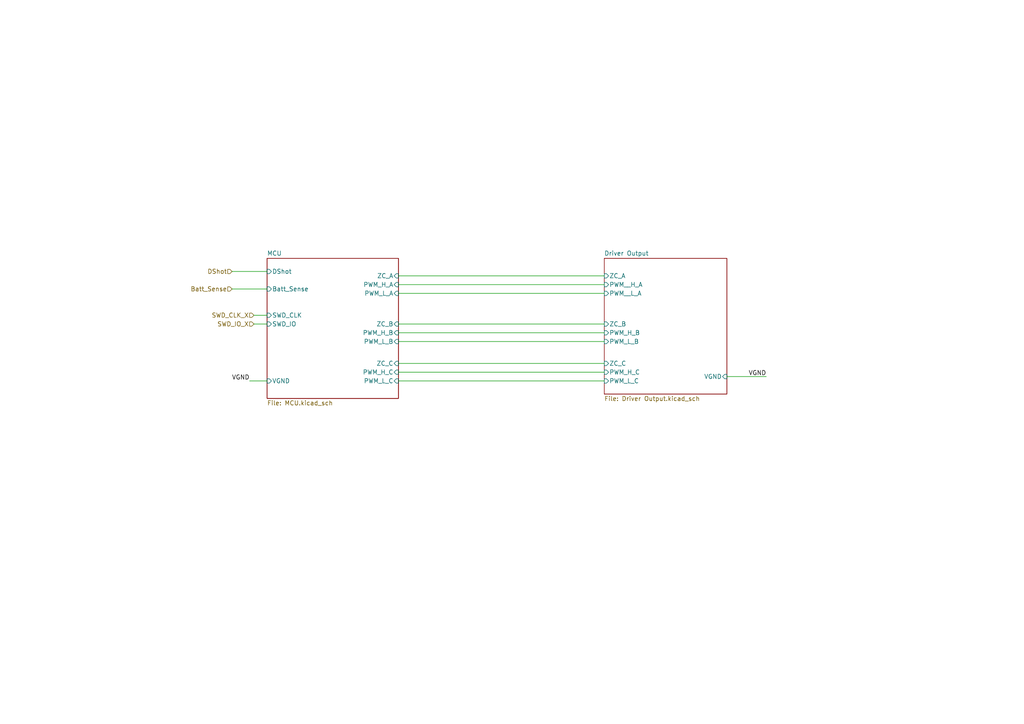
<source format=kicad_sch>
(kicad_sch
	(version 20231120)
	(generator "eeschema")
	(generator_version "8.0")
	(uuid "78076edb-3d96-420e-a99d-026de51b0215")
	(paper "A4")
	(lib_symbols)
	(wire
		(pts
			(xy 210.82 109.22) (xy 222.25 109.22)
		)
		(stroke
			(width 0)
			(type default)
		)
		(uuid "076b2b67-0d2b-4c86-8945-4454b3ce13f9")
	)
	(wire
		(pts
			(xy 73.66 93.98) (xy 77.47 93.98)
		)
		(stroke
			(width 0)
			(type default)
		)
		(uuid "29a2c4a0-014e-4b43-b4b0-15a985ae2311")
	)
	(wire
		(pts
			(xy 115.57 110.49) (xy 175.26 110.49)
		)
		(stroke
			(width 0)
			(type default)
		)
		(uuid "2e3a238e-06dd-4594-b32a-0206c8e94d1e")
	)
	(wire
		(pts
			(xy 115.57 82.55) (xy 175.26 82.55)
		)
		(stroke
			(width 0)
			(type default)
		)
		(uuid "34aa4f69-ce53-44e9-bb88-8f8e2563afff")
	)
	(wire
		(pts
			(xy 115.57 80.01) (xy 175.26 80.01)
		)
		(stroke
			(width 0)
			(type default)
		)
		(uuid "389e1c50-01bb-48c7-9b49-1ec3ac081855")
	)
	(wire
		(pts
			(xy 115.57 85.09) (xy 175.26 85.09)
		)
		(stroke
			(width 0)
			(type default)
		)
		(uuid "4dfa2a6e-78af-40b1-9f24-f8fcac0e09d4")
	)
	(wire
		(pts
			(xy 115.57 99.06) (xy 175.26 99.06)
		)
		(stroke
			(width 0)
			(type default)
		)
		(uuid "740fccf6-08af-4767-acbe-5b86ea826af3")
	)
	(wire
		(pts
			(xy 115.57 105.41) (xy 175.26 105.41)
		)
		(stroke
			(width 0)
			(type default)
		)
		(uuid "79518bff-24a4-4654-b710-a0da2308bf0d")
	)
	(wire
		(pts
			(xy 73.66 91.44) (xy 77.47 91.44)
		)
		(stroke
			(width 0)
			(type default)
		)
		(uuid "9f0c4e5e-91bf-422f-b9ba-3f7c43d4cb42")
	)
	(wire
		(pts
			(xy 72.39 110.49) (xy 77.47 110.49)
		)
		(stroke
			(width 0)
			(type default)
		)
		(uuid "b52b17af-2aba-4103-8000-0322d03d0a34")
	)
	(wire
		(pts
			(xy 115.57 96.52) (xy 175.26 96.52)
		)
		(stroke
			(width 0)
			(type default)
		)
		(uuid "bccb53b5-e3d5-4bab-a4f3-d9de42cf3f56")
	)
	(wire
		(pts
			(xy 67.31 78.74) (xy 77.47 78.74)
		)
		(stroke
			(width 0)
			(type default)
		)
		(uuid "c46c349c-97bc-4e2c-932f-4efa2d28ac30")
	)
	(wire
		(pts
			(xy 115.57 107.95) (xy 175.26 107.95)
		)
		(stroke
			(width 0)
			(type default)
		)
		(uuid "cfbd5395-ac67-460e-b292-e73c8251556b")
	)
	(wire
		(pts
			(xy 115.57 93.98) (xy 175.26 93.98)
		)
		(stroke
			(width 0)
			(type default)
		)
		(uuid "d79c9314-8a03-49c3-b718-fd95731086de")
	)
	(wire
		(pts
			(xy 67.31 83.82) (xy 77.47 83.82)
		)
		(stroke
			(width 0)
			(type default)
		)
		(uuid "d9db6cbc-7e1c-4d93-9367-632d2c1978f5")
	)
	(label "VGND"
		(at 222.25 109.22 180)
		(effects
			(font
				(size 1.27 1.27)
			)
			(justify right bottom)
		)
		(uuid "ca679bce-a47c-4d18-a23c-461ccba0ce5d")
	)
	(label "VGND"
		(at 72.39 110.49 180)
		(effects
			(font
				(size 1.27 1.27)
			)
			(justify right bottom)
		)
		(uuid "ea132f58-4a6b-4992-af13-a3c4bc37210d")
	)
	(hierarchical_label "DShot"
		(shape input)
		(at 67.31 78.74 180)
		(effects
			(font
				(size 1.27 1.27)
			)
			(justify right)
		)
		(uuid "2b433244-280e-4328-a7cb-51ab5a7c16cc")
	)
	(hierarchical_label "SWD_CLK_X"
		(shape input)
		(at 73.66 91.44 180)
		(effects
			(font
				(size 1.27 1.27)
			)
			(justify right)
		)
		(uuid "5b8aebde-b931-4080-8b63-f645120252a4")
	)
	(hierarchical_label "Batt_Sense"
		(shape input)
		(at 67.31 83.82 180)
		(effects
			(font
				(size 1.27 1.27)
			)
			(justify right)
		)
		(uuid "909b2fd4-c6ba-4242-9970-9ab2f7f21992")
	)
	(hierarchical_label "SWD_IO_X"
		(shape input)
		(at 73.66 93.98 180)
		(effects
			(font
				(size 1.27 1.27)
			)
			(justify right)
		)
		(uuid "acc4e9b0-2b08-425e-b97d-a9ff29c18977")
	)
	(sheet
		(at 175.26 74.93)
		(size 35.56 39.37)
		(fields_autoplaced yes)
		(stroke
			(width 0.1524)
			(type solid)
		)
		(fill
			(color 0 0 0 0.0000)
		)
		(uuid "19fc4039-501c-46b5-9242-d3e591e070ab")
		(property "Sheetname" "Driver Output"
			(at 175.26 74.2184 0)
			(effects
				(font
					(size 1.27 1.27)
				)
				(justify left bottom)
			)
		)
		(property "Sheetfile" "Driver Output.kicad_sch"
			(at 175.26 114.8846 0)
			(effects
				(font
					(size 1.27 1.27)
				)
				(justify left top)
			)
		)
		(pin "ZC_B" input
			(at 175.26 93.98 180)
			(effects
				(font
					(size 1.27 1.27)
				)
				(justify left)
			)
			(uuid "8b5f3282-0040-43ac-ac74-c622bf918014")
		)
		(pin "ZC_A" input
			(at 175.26 80.01 180)
			(effects
				(font
					(size 1.27 1.27)
				)
				(justify left)
			)
			(uuid "a77d8275-71a4-495a-b5cd-1e9a4ef94232")
		)
		(pin "PWM_L_C" input
			(at 175.26 110.49 180)
			(effects
				(font
					(size 1.27 1.27)
				)
				(justify left)
			)
			(uuid "ed6f59b5-f634-4417-9a07-53e51c7bd8fc")
		)
		(pin "PWM_L_B" input
			(at 175.26 99.06 180)
			(effects
				(font
					(size 1.27 1.27)
				)
				(justify left)
			)
			(uuid "347aefbd-7d8b-461a-9484-9d8497d936a7")
		)
		(pin "PWM_H_C" input
			(at 175.26 107.95 180)
			(effects
				(font
					(size 1.27 1.27)
				)
				(justify left)
			)
			(uuid "47f2ff00-a5ae-4b76-bb6a-4579903504b1")
		)
		(pin "PWM_H_B" input
			(at 175.26 96.52 180)
			(effects
				(font
					(size 1.27 1.27)
				)
				(justify left)
			)
			(uuid "7df3e7f7-bdaa-43bf-ad33-dbb6722005ae")
		)
		(pin "PWM__H_A" input
			(at 175.26 82.55 180)
			(effects
				(font
					(size 1.27 1.27)
				)
				(justify left)
			)
			(uuid "52114752-0bd4-43ff-aef2-37c28a3cc91c")
		)
		(pin "PWM__L_A" input
			(at 175.26 85.09 180)
			(effects
				(font
					(size 1.27 1.27)
				)
				(justify left)
			)
			(uuid "96626aaf-f5f6-420a-b1e0-3fd4296e358c")
		)
		(pin "ZC_C" input
			(at 175.26 105.41 180)
			(effects
				(font
					(size 1.27 1.27)
				)
				(justify left)
			)
			(uuid "37d334fe-0f53-44b3-ad40-568571a9e5e6")
		)
		(pin "VGND" input
			(at 210.82 109.22 0)
			(effects
				(font
					(size 1.27 1.27)
				)
				(justify right)
			)
			(uuid "4f0b600b-1366-473a-a77f-23b728ff8da3")
		)
		(instances
			(project "ESC"
				(path "/0e826802-e676-4548-b85d-7973e5fc1500/dd4480c0-fc92-4865-b71a-49548ede0e1d"
					(page "3")
				)
				(path "/0e826802-e676-4548-b85d-7973e5fc1500/67868d63-a0ad-4135-884b-a4305faec098"
					(page "10")
				)
				(path "/0e826802-e676-4548-b85d-7973e5fc1500/f0f91033-e6f6-4ba6-a242-b2d52399ba4f"
					(page "16")
				)
				(path "/0e826802-e676-4548-b85d-7973e5fc1500/e90d83da-778a-41e9-b4cb-1e16efdba290"
					(page "22")
				)
			)
		)
	)
	(sheet
		(at 77.47 74.93)
		(size 38.1 40.64)
		(fields_autoplaced yes)
		(stroke
			(width 0.1524)
			(type solid)
		)
		(fill
			(color 0 0 0 0.0000)
		)
		(uuid "ce85d30a-5b72-4428-9ad8-811f15b427f8")
		(property "Sheetname" "MCU"
			(at 77.47 74.2184 0)
			(effects
				(font
					(size 1.27 1.27)
				)
				(justify left bottom)
			)
		)
		(property "Sheetfile" "MCU.kicad_sch"
			(at 77.47 116.1546 0)
			(effects
				(font
					(size 1.27 1.27)
				)
				(justify left top)
			)
		)
		(pin "Batt_Sense" input
			(at 77.47 83.82 180)
			(effects
				(font
					(size 1.27 1.27)
				)
				(justify left)
			)
			(uuid "d43dda19-bf8b-44e7-b4bc-36b97dc89a57")
		)
		(pin "ZC_B" input
			(at 115.57 93.98 0)
			(effects
				(font
					(size 1.27 1.27)
				)
				(justify right)
			)
			(uuid "f606b8f6-aafc-4797-bf69-eb26b8b8c41b")
		)
		(pin "ZC_C" input
			(at 115.57 105.41 0)
			(effects
				(font
					(size 1.27 1.27)
				)
				(justify right)
			)
			(uuid "5be87d5a-1c23-409b-8bf1-58c77e6f9a6b")
		)
		(pin "ZC_A" input
			(at 115.57 80.01 0)
			(effects
				(font
					(size 1.27 1.27)
				)
				(justify right)
			)
			(uuid "7715c976-f1d2-46dc-a719-6548b645138d")
		)
		(pin "SWD_IO" input
			(at 77.47 93.98 180)
			(effects
				(font
					(size 1.27 1.27)
				)
				(justify left)
			)
			(uuid "574d31a5-9a83-429c-ba72-8fe692fa782f")
		)
		(pin "SWD_CLK" input
			(at 77.47 91.44 180)
			(effects
				(font
					(size 1.27 1.27)
				)
				(justify left)
			)
			(uuid "5a1a844f-5a9b-4c5b-9ff6-e3074ccbeb57")
		)
		(pin "DShot" input
			(at 77.47 78.74 180)
			(effects
				(font
					(size 1.27 1.27)
				)
				(justify left)
			)
			(uuid "3fa87cff-c662-4b33-a54c-e1f063c7f7e4")
		)
		(pin "PWM_L_B" input
			(at 115.57 99.06 0)
			(effects
				(font
					(size 1.27 1.27)
				)
				(justify right)
			)
			(uuid "c0278b1b-6c73-408c-8261-86ca5460f4c1")
		)
		(pin "PWM_L_A" input
			(at 115.57 85.09 0)
			(effects
				(font
					(size 1.27 1.27)
				)
				(justify right)
			)
			(uuid "d43272cd-e711-4fe0-aeb8-2a2d7b4199a2")
		)
		(pin "PWM_H_A" input
			(at 115.57 82.55 0)
			(effects
				(font
					(size 1.27 1.27)
				)
				(justify right)
			)
			(uuid "6fe0ead3-1718-43bf-a82e-9b9fca9e6ff7")
		)
		(pin "PWM_H_C" input
			(at 115.57 107.95 0)
			(effects
				(font
					(size 1.27 1.27)
				)
				(justify right)
			)
			(uuid "1e34a2ed-9671-4298-b125-d974c0db899f")
		)
		(pin "PWM_H_B" input
			(at 115.57 96.52 0)
			(effects
				(font
					(size 1.27 1.27)
				)
				(justify right)
			)
			(uuid "35e2c4ad-845e-41ea-9291-7f29af99151c")
		)
		(pin "VGND" input
			(at 77.47 110.49 180)
			(effects
				(font
					(size 1.27 1.27)
				)
				(justify left)
			)
			(uuid "ca209f45-3fa1-4b07-a6c1-2583c1f511b6")
		)
		(pin "PWM_L_C" input
			(at 115.57 110.49 0)
			(effects
				(font
					(size 1.27 1.27)
				)
				(justify right)
			)
			(uuid "615ebcce-8453-4953-90c5-39112a87b564")
		)
		(instances
			(project "ESC"
				(path "/0e826802-e676-4548-b85d-7973e5fc1500/dd4480c0-fc92-4865-b71a-49548ede0e1d"
					(page "7")
				)
				(path "/0e826802-e676-4548-b85d-7973e5fc1500/67868d63-a0ad-4135-884b-a4305faec098"
					(page "14")
				)
				(path "/0e826802-e676-4548-b85d-7973e5fc1500/f0f91033-e6f6-4ba6-a242-b2d52399ba4f"
					(page "20")
				)
				(path "/0e826802-e676-4548-b85d-7973e5fc1500/e90d83da-778a-41e9-b4cb-1e16efdba290"
					(page "26")
				)
			)
		)
	)
)

</source>
